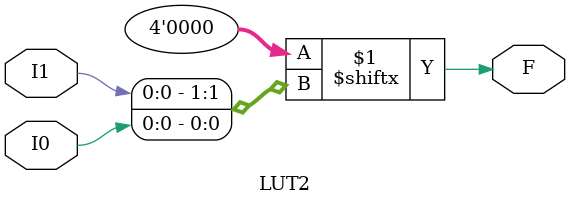
<source format=v>
`ifdef verilator3
`else
`timescale 1 ps / 1 ps
`endif

module LUT2
#(
    parameter [3:0] INIT = 4'b0
)
(
    input  I0,
    input  I1,
    output F
);

    assign F = INIT[{I1, I0}];

endmodule

</source>
